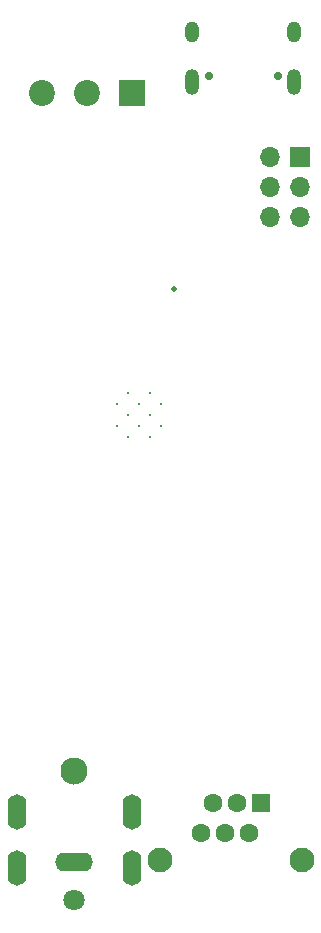
<source format=gbr>
%TF.GenerationSoftware,KiCad,Pcbnew,(6.0.0-0)*%
%TF.CreationDate,2022-03-13T17:01:38+01:00*%
%TF.ProjectId,GlowCoreMini,476c6f77-436f-4726-954d-696e692e6b69,rev?*%
%TF.SameCoordinates,Original*%
%TF.FileFunction,Soldermask,Bot*%
%TF.FilePolarity,Negative*%
%FSLAX46Y46*%
G04 Gerber Fmt 4.6, Leading zero omitted, Abs format (unit mm)*
G04 Created by KiCad (PCBNEW (6.0.0-0)) date 2022-03-13 17:01:38*
%MOMM*%
%LPD*%
G01*
G04 APERTURE LIST*
%ADD10O,1.200000X1.800000*%
%ADD11O,1.200000X2.200000*%
%ADD12C,0.700000*%
%ADD13C,2.300000*%
%ADD14O,3.200000X1.600000*%
%ADD15O,1.600000X3.000000*%
%ADD16C,1.800000*%
%ADD17C,0.500000*%
%ADD18C,0.300000*%
%ADD19C,2.200000*%
%ADD20R,2.200000X2.200000*%
%ADD21C,1.600000*%
%ADD22R,1.600000X1.600000*%
%ADD23C,2.100000*%
%ADD24O,1.700000X1.700000*%
%ADD25R,1.700000X1.700000*%
G04 APERTURE END LIST*
D10*
%TO.C,USB1*%
X158140000Y-71902500D03*
X149500000Y-71902500D03*
D11*
X149500000Y-76082500D03*
X158140000Y-76082500D03*
D12*
X150930000Y-75582500D03*
X156710000Y-75582500D03*
%TD*%
D13*
%TO.C,J2*%
X139510000Y-134440000D03*
D14*
X139510000Y-142140000D03*
D15*
X134660000Y-137940000D03*
X134660000Y-142640000D03*
X144360000Y-142640000D03*
X144360000Y-137940000D03*
D16*
X139510000Y-145390000D03*
%TD*%
D17*
%TO.C,MK1*%
X147967490Y-93627116D03*
%TD*%
D18*
%TO.C,U2*%
X143136800Y-105238700D03*
X143136800Y-103403700D03*
X144054300Y-106156200D03*
X144054300Y-104321200D03*
X144054300Y-102486200D03*
X144971800Y-105238700D03*
X144971800Y-103403700D03*
X145889300Y-106156200D03*
X145889300Y-104321200D03*
X145889300Y-102486200D03*
X146806800Y-105238700D03*
X146806800Y-103403700D03*
%TD*%
D19*
%TO.C,P1*%
X136753592Y-77026650D03*
X140563600Y-77026650D03*
D20*
X144373608Y-77026650D03*
%TD*%
D21*
%TO.C,RJ1*%
X150199975Y-139720076D03*
X151220041Y-137180071D03*
X152240107Y-139720076D03*
X153259919Y-137180071D03*
X154279985Y-139720076D03*
D22*
X155300051Y-137180071D03*
D23*
X158744400Y-142028000D03*
X146755600Y-142028000D03*
%TD*%
D24*
%TO.C,J1*%
X156080000Y-87580000D03*
X158620000Y-87580000D03*
X156080000Y-85040000D03*
X158620000Y-85040000D03*
X156080000Y-82500000D03*
D25*
X158620000Y-82500000D03*
%TD*%
M02*

</source>
